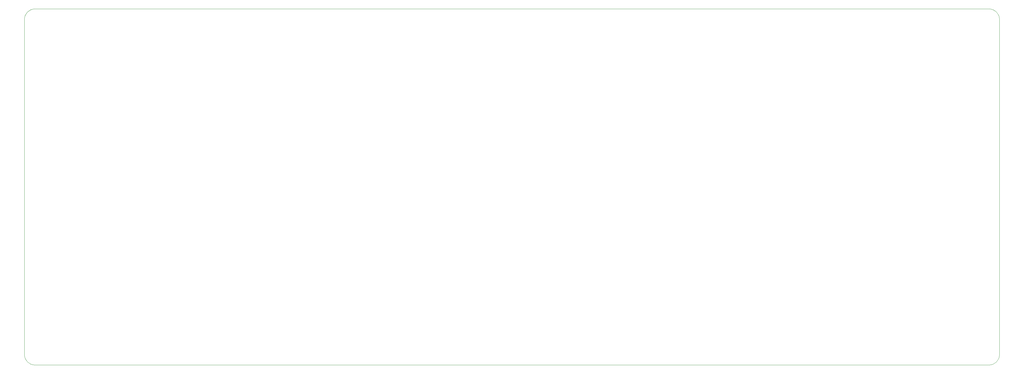
<source format=gbr>
%TF.GenerationSoftware,KiCad,Pcbnew,5.1.8*%
%TF.CreationDate,2021-03-10T22:21:39+13:00*%
%TF.ProjectId,segment_TEST,7365676d-656e-4745-9f54-4553542e6b69,rev?*%
%TF.SameCoordinates,Original*%
%TF.FileFunction,Profile,NP*%
%FSLAX46Y46*%
G04 Gerber Fmt 4.6, Leading zero omitted, Abs format (unit mm)*
G04 Created by KiCad (PCBNEW 5.1.8) date 2021-03-10 22:21:39*
%MOMM*%
%LPD*%
G01*
G04 APERTURE LIST*
%TA.AperFunction,Profile*%
%ADD10C,0.050000*%
%TD*%
G04 APERTURE END LIST*
D10*
X47625000Y-68580000D02*
G75*
G02*
X50800000Y-65405000I3175000J0D01*
G01*
X50800000Y-174625000D02*
G75*
G02*
X47625000Y-171450000I0J3175000D01*
G01*
X346075000Y-171450000D02*
G75*
G02*
X342900000Y-174625000I-3175000J0D01*
G01*
X342900000Y-65405000D02*
G75*
G02*
X346075000Y-68580000I0J-3175000D01*
G01*
X47625000Y-68580000D02*
X47625000Y-171450000D01*
X342900000Y-65405000D02*
X50800000Y-65405000D01*
X346075000Y-171450000D02*
X346075000Y-68580000D01*
X50800000Y-174625000D02*
X342900000Y-174625000D01*
M02*

</source>
